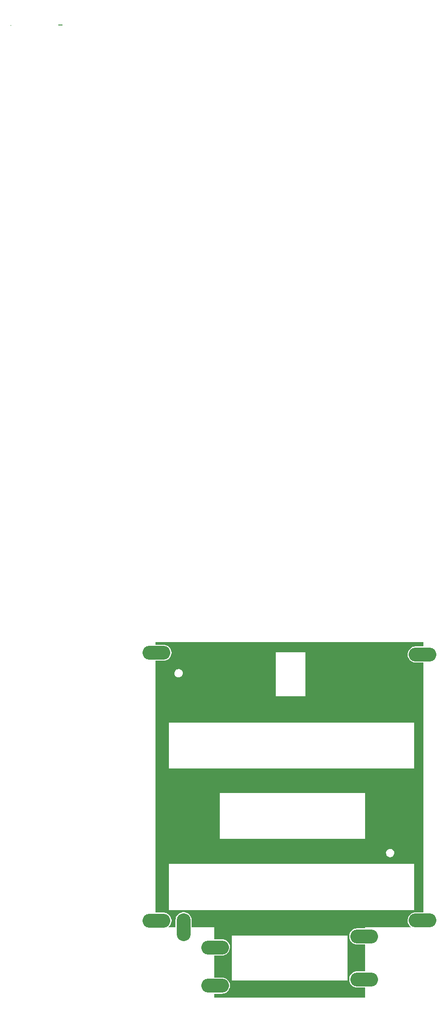
<source format=gtl>
G04 #@! TF.GenerationSoftware,KiCad,Pcbnew,(6.0.2)*
G04 #@! TF.CreationDate,2022-06-03T10:06:41-07:00*
G04 #@! TF.ProjectId,iflfu-middle,69666c66-752d-46d6-9964-646c652e6b69,rev?*
G04 #@! TF.SameCoordinates,Original*
G04 #@! TF.FileFunction,Copper,L1,Top*
G04 #@! TF.FilePolarity,Positive*
%FSLAX46Y46*%
G04 Gerber Fmt 4.6, Leading zero omitted, Abs format (unit mm)*
G04 Created by KiCad (PCBNEW (6.0.2)) date 2022-06-03 10:06:41*
%MOMM*%
%LPD*%
G01*
G04 APERTURE LIST*
%ADD10C,0.015000*%
G04 #@! TA.AperFunction,NonConductor*
%ADD11C,0.015000*%
G04 #@! TD*
G04 #@! TA.AperFunction,CastellatedPad*
%ADD12O,5.080000X2.540000*%
G04 #@! TD*
G04 #@! TA.AperFunction,CastellatedPad*
%ADD13O,2.540000X5.080000*%
G04 #@! TD*
G04 #@! TA.AperFunction,ViaPad*
%ADD14C,0.800000*%
G04 #@! TD*
G04 APERTURE END LIST*
D10*
D11*
X127819248Y31958638D02*
X127783248Y31958638D01*
X127783248Y31895781D02*
X127783248Y32015781D01*
X127834676Y32015781D01*
X127875819Y32015781D02*
X127875819Y31918638D01*
X127880962Y31907209D01*
X127886105Y31901495D01*
X127896391Y31895781D01*
X127916962Y31895781D01*
X127927248Y31901495D01*
X127932391Y31907209D01*
X127937534Y31918638D01*
X127937534Y32015781D01*
X128050676Y31907209D02*
X128045534Y31901495D01*
X128030105Y31895781D01*
X128019819Y31895781D01*
X128004391Y31901495D01*
X127994105Y31912924D01*
X127988962Y31924352D01*
X127983819Y31947209D01*
X127983819Y31964352D01*
X127988962Y31987209D01*
X127994105Y31998638D01*
X128004391Y32010067D01*
X128019819Y32015781D01*
X128030105Y32015781D01*
X128045534Y32010067D01*
X128050676Y32004352D01*
X128096962Y31895781D02*
X128096962Y32015781D01*
X128158676Y31895781D02*
X128112391Y31964352D01*
X128158676Y32015781D02*
X128096962Y31947209D01*
X128204962Y31895781D02*
X128204962Y32015781D01*
X128256391Y31895781D02*
X128256391Y32015781D01*
X128318105Y31895781D01*
X128318105Y32015781D01*
X128426105Y32010067D02*
X128415819Y32015781D01*
X128400391Y32015781D01*
X128384962Y32010067D01*
X128374676Y31998638D01*
X128369534Y31987209D01*
X128364391Y31964352D01*
X128364391Y31947209D01*
X128369534Y31924352D01*
X128374676Y31912924D01*
X128384962Y31901495D01*
X128400391Y31895781D01*
X128410676Y31895781D01*
X128426105Y31901495D01*
X128431248Y31907209D01*
X128431248Y31947209D01*
X128410676Y31947209D01*
D10*
D11*
X119074316Y31833988D02*
X119074316Y31953988D01*
D12*
X145750000Y-82884717D03*
X145750000Y-131884717D03*
X194450000Y-131834717D03*
X183750000Y-142634717D03*
X156450000Y-136784717D03*
D13*
X150700000Y-133084717D03*
D12*
X156450000Y-143784717D03*
X183750000Y-134769717D03*
X194450000Y-83204717D03*
D14*
X147300000Y-131884717D03*
X150700000Y-131434717D03*
X158100000Y-136784717D03*
X158100000Y-143784717D03*
X181900000Y-142634717D03*
X182100000Y-134769717D03*
X192800000Y-131834717D03*
X192800000Y-83204717D03*
X147400000Y-82834717D03*
G04 #@! TA.AperFunction,NonConductor*
G36*
X194596073Y-80938644D02*
G01*
X194599500Y-80946917D01*
X194599500Y-81722517D01*
X194596073Y-81730790D01*
X194587800Y-81734217D01*
X193118696Y-81734217D01*
X193118482Y-81734235D01*
X193118472Y-81734235D01*
X192959224Y-81747328D01*
X192939006Y-81748990D01*
X192704484Y-81807898D01*
X192676806Y-81819933D01*
X192483173Y-81904127D01*
X192483171Y-81904128D01*
X192482732Y-81904319D01*
X192279706Y-82035662D01*
X192100858Y-82198401D01*
X192100562Y-82198776D01*
X192100560Y-82198778D01*
X192043194Y-82271417D01*
X191950991Y-82388166D01*
X191950763Y-82388579D01*
X191950761Y-82388582D01*
X191865902Y-82542305D01*
X191834130Y-82599859D01*
X191753413Y-82827797D01*
X191753329Y-82828267D01*
X191753328Y-82828272D01*
X191718624Y-83023102D01*
X191711008Y-83065856D01*
X191708054Y-83307645D01*
X191744630Y-83546670D01*
X191819754Y-83776512D01*
X191931408Y-83990997D01*
X192076594Y-84184367D01*
X192076939Y-84184696D01*
X192076941Y-84184699D01*
X192104498Y-84211033D01*
X192251413Y-84351427D01*
X192451169Y-84487692D01*
X192451606Y-84487895D01*
X192451608Y-84487896D01*
X192670059Y-84589297D01*
X192670062Y-84589298D01*
X192670499Y-84589501D01*
X192670961Y-84589629D01*
X192670966Y-84589631D01*
X192883907Y-84648684D01*
X192903511Y-84654121D01*
X192903985Y-84654172D01*
X192903987Y-84654172D01*
X192958645Y-84660013D01*
X193100907Y-84675217D01*
X194587800Y-84675217D01*
X194596073Y-84678644D01*
X194599500Y-84686917D01*
X194599500Y-130352517D01*
X194596073Y-130360790D01*
X194587800Y-130364217D01*
X193118696Y-130364217D01*
X193118482Y-130364235D01*
X193118472Y-130364235D01*
X192959224Y-130377328D01*
X192939006Y-130378990D01*
X192938545Y-130379106D01*
X192938544Y-130379106D01*
X192902618Y-130388130D01*
X192704484Y-130437898D01*
X192666369Y-130454471D01*
X192483173Y-130534127D01*
X192483171Y-130534128D01*
X192482732Y-130534319D01*
X192279706Y-130665662D01*
X192100858Y-130828401D01*
X192100562Y-130828776D01*
X192100560Y-130828778D01*
X192061370Y-130878401D01*
X191950991Y-131018166D01*
X191950763Y-131018579D01*
X191950761Y-131018582D01*
X191896184Y-131117449D01*
X191834130Y-131229859D01*
X191833971Y-131230307D01*
X191833970Y-131230310D01*
X191807279Y-131305683D01*
X191753413Y-131457797D01*
X191753329Y-131458267D01*
X191753328Y-131458272D01*
X191732763Y-131573723D01*
X191711008Y-131695856D01*
X191711002Y-131696330D01*
X191711002Y-131696332D01*
X191710305Y-131753413D01*
X191708054Y-131937645D01*
X191744630Y-132176670D01*
X191819754Y-132406512D01*
X191931408Y-132620997D01*
X192076594Y-132814367D01*
X192251413Y-132981427D01*
X192443841Y-133112693D01*
X192444074Y-133112852D01*
X192448978Y-133120345D01*
X192447146Y-133129110D01*
X192439653Y-133134014D01*
X192437481Y-133134217D01*
X183900099Y-133134217D01*
X183900000Y-133134176D01*
X183899901Y-133134217D01*
X183899617Y-133134334D01*
X183899459Y-133134717D01*
X183899500Y-133134816D01*
X183899500Y-133287517D01*
X183896073Y-133295790D01*
X183887800Y-133299217D01*
X182418696Y-133299217D01*
X182418482Y-133299235D01*
X182418472Y-133299235D01*
X182259224Y-133312328D01*
X182239006Y-133313990D01*
X182004484Y-133372898D01*
X181976806Y-133384933D01*
X181783173Y-133469127D01*
X181783171Y-133469128D01*
X181782732Y-133469319D01*
X181579706Y-133600662D01*
X181400858Y-133763401D01*
X181400562Y-133763776D01*
X181400560Y-133763778D01*
X181343194Y-133836417D01*
X181250991Y-133953166D01*
X181134130Y-134164859D01*
X181053413Y-134392797D01*
X181011008Y-134630856D01*
X181011002Y-134631330D01*
X181011002Y-134631332D01*
X181010949Y-134635645D01*
X181008054Y-134872645D01*
X181044630Y-135111670D01*
X181119754Y-135341512D01*
X181231408Y-135555997D01*
X181376594Y-135749367D01*
X181376939Y-135749696D01*
X181376941Y-135749699D01*
X181434881Y-135805067D01*
X181551413Y-135916427D01*
X181751169Y-136052692D01*
X181751606Y-136052895D01*
X181751608Y-136052896D01*
X181970059Y-136154297D01*
X181970062Y-136154298D01*
X181970499Y-136154501D01*
X181970961Y-136154629D01*
X181970966Y-136154631D01*
X182179629Y-136212498D01*
X182203511Y-136219121D01*
X182203985Y-136219172D01*
X182203987Y-136219172D01*
X182258645Y-136225013D01*
X182400907Y-136240217D01*
X183887800Y-136240217D01*
X183896073Y-136243644D01*
X183899500Y-136251917D01*
X183899500Y-141152517D01*
X183896073Y-141160790D01*
X183887800Y-141164217D01*
X182418696Y-141164217D01*
X182418482Y-141164235D01*
X182418472Y-141164235D01*
X182259224Y-141177328D01*
X182239006Y-141178990D01*
X182004484Y-141237898D01*
X181976806Y-141249933D01*
X181783173Y-141334127D01*
X181783171Y-141334128D01*
X181782732Y-141334319D01*
X181579706Y-141465662D01*
X181400858Y-141628401D01*
X181400562Y-141628776D01*
X181400560Y-141628778D01*
X181343194Y-141701417D01*
X181250991Y-141818166D01*
X181134130Y-142029859D01*
X181053413Y-142257797D01*
X181053329Y-142258267D01*
X181053328Y-142258272D01*
X181028058Y-142400137D01*
X181011008Y-142495856D01*
X181011002Y-142496330D01*
X181011002Y-142496332D01*
X181010936Y-142501742D01*
X181008054Y-142737645D01*
X181044630Y-142976670D01*
X181119754Y-143206512D01*
X181119975Y-143206936D01*
X181224537Y-143407797D01*
X181231408Y-143420997D01*
X181376594Y-143614367D01*
X181376939Y-143614696D01*
X181376941Y-143614699D01*
X181469105Y-143702773D01*
X181551413Y-143781427D01*
X181751169Y-143917692D01*
X181751606Y-143917895D01*
X181751608Y-143917896D01*
X181970059Y-144019297D01*
X181970062Y-144019298D01*
X181970499Y-144019501D01*
X181970961Y-144019629D01*
X181970966Y-144019631D01*
X182183907Y-144078684D01*
X182203511Y-144084121D01*
X182203985Y-144084172D01*
X182203987Y-144084172D01*
X182258645Y-144090013D01*
X182400907Y-144105217D01*
X183887800Y-144105217D01*
X183896073Y-144108644D01*
X183899500Y-144116917D01*
X183899500Y-145922517D01*
X183896073Y-145930790D01*
X183887800Y-145934217D01*
X156312200Y-145934217D01*
X156303927Y-145930790D01*
X156300500Y-145922517D01*
X156300500Y-145266917D01*
X156303927Y-145258644D01*
X156312200Y-145255217D01*
X157781304Y-145255217D01*
X157781518Y-145255199D01*
X157781528Y-145255199D01*
X157940776Y-145242106D01*
X157960994Y-145240444D01*
X158195516Y-145181536D01*
X158306392Y-145133326D01*
X158416827Y-145085307D01*
X158416829Y-145085306D01*
X158417268Y-145085115D01*
X158620294Y-144953772D01*
X158799142Y-144791033D01*
X158820202Y-144764367D01*
X158948714Y-144601641D01*
X158949009Y-144601268D01*
X159065870Y-144389575D01*
X159146587Y-144161637D01*
X159159269Y-144090444D01*
X159188909Y-143924044D01*
X159188992Y-143923578D01*
X159189062Y-143917896D01*
X159191940Y-143682267D01*
X159191946Y-143681789D01*
X159155370Y-143442764D01*
X159080246Y-143212922D01*
X159008647Y-143075382D01*
X158968816Y-142998867D01*
X158968815Y-142998866D01*
X158968592Y-142998437D01*
X158845668Y-142834717D01*
X159499459Y-142834717D01*
X159499500Y-142834816D01*
X159499617Y-142835100D01*
X159500000Y-142835258D01*
X159500099Y-142835217D01*
X180699901Y-142835217D01*
X180700000Y-142835258D01*
X180700099Y-142835217D01*
X180700383Y-142835100D01*
X180700541Y-142834717D01*
X180700500Y-142834618D01*
X180700500Y-134634816D01*
X180700541Y-134634717D01*
X180700383Y-134634334D01*
X180700099Y-134634217D01*
X180700000Y-134634176D01*
X180699901Y-134634217D01*
X159500099Y-134634217D01*
X159500000Y-134634176D01*
X159499901Y-134634217D01*
X159499617Y-134634334D01*
X159499459Y-134634717D01*
X159499500Y-134634816D01*
X159499500Y-142834618D01*
X159499459Y-142834717D01*
X158845668Y-142834717D01*
X158823406Y-142805067D01*
X158752353Y-142737167D01*
X158648933Y-142638338D01*
X158648587Y-142638007D01*
X158448831Y-142501742D01*
X158448392Y-142501538D01*
X158229941Y-142400137D01*
X158229938Y-142400136D01*
X158229501Y-142399933D01*
X158229039Y-142399805D01*
X158229034Y-142399803D01*
X157996954Y-142335442D01*
X157996955Y-142335442D01*
X157996489Y-142335313D01*
X157996015Y-142335262D01*
X157996013Y-142335262D01*
X157937324Y-142328990D01*
X157799093Y-142314217D01*
X156312200Y-142314217D01*
X156303927Y-142310790D01*
X156300500Y-142302517D01*
X156300500Y-138266917D01*
X156303927Y-138258644D01*
X156312200Y-138255217D01*
X157781304Y-138255217D01*
X157781518Y-138255199D01*
X157781528Y-138255199D01*
X157940776Y-138242106D01*
X157960994Y-138240444D01*
X158195516Y-138181536D01*
X158306392Y-138133325D01*
X158416827Y-138085307D01*
X158416829Y-138085306D01*
X158417268Y-138085115D01*
X158620294Y-137953772D01*
X158799142Y-137791033D01*
X158820202Y-137764367D01*
X158948714Y-137601641D01*
X158949009Y-137601268D01*
X159065870Y-137389575D01*
X159146587Y-137161637D01*
X159188992Y-136923578D01*
X159191946Y-136681789D01*
X159155370Y-136442764D01*
X159080246Y-136212922D01*
X158968592Y-135998437D01*
X158823406Y-135805067D01*
X158807731Y-135790087D01*
X158648933Y-135638338D01*
X158648587Y-135638007D01*
X158448831Y-135501742D01*
X158448392Y-135501538D01*
X158229941Y-135400137D01*
X158229938Y-135400136D01*
X158229501Y-135399933D01*
X158229039Y-135399805D01*
X158229034Y-135399803D01*
X157996954Y-135335442D01*
X157996955Y-135335442D01*
X157996489Y-135335313D01*
X157996015Y-135335262D01*
X157996013Y-135335262D01*
X157937324Y-135328990D01*
X157799093Y-135314217D01*
X156312200Y-135314217D01*
X156303927Y-135310790D01*
X156300500Y-135302517D01*
X156300500Y-133134816D01*
X156300541Y-133134717D01*
X156300383Y-133134334D01*
X156300099Y-133134217D01*
X156300000Y-133134176D01*
X156299901Y-133134217D01*
X152182200Y-133134217D01*
X152173927Y-133130790D01*
X152170500Y-133122517D01*
X152170500Y-131753413D01*
X152169038Y-131735624D01*
X152155766Y-131574198D01*
X152155727Y-131573723D01*
X152139168Y-131507797D01*
X152096936Y-131339667D01*
X152096819Y-131339201D01*
X152000398Y-131117449D01*
X151869055Y-130914423D01*
X151706316Y-130735575D01*
X151675593Y-130711311D01*
X151633300Y-130677911D01*
X151516551Y-130585708D01*
X151516138Y-130585480D01*
X151516135Y-130585478D01*
X151305279Y-130469079D01*
X151305275Y-130469077D01*
X151304858Y-130468847D01*
X151304410Y-130468688D01*
X151304407Y-130468687D01*
X151077375Y-130388291D01*
X151077374Y-130388291D01*
X151076920Y-130388130D01*
X151076450Y-130388046D01*
X151076445Y-130388045D01*
X150839327Y-130345808D01*
X150838861Y-130345725D01*
X150838387Y-130345719D01*
X150838385Y-130345719D01*
X150709432Y-130344144D01*
X150597072Y-130342771D01*
X150358047Y-130379347D01*
X150128205Y-130454471D01*
X149913720Y-130566125D01*
X149720350Y-130711311D01*
X149720021Y-130711656D01*
X149720018Y-130711658D01*
X149631944Y-130803822D01*
X149553290Y-130886130D01*
X149417025Y-131085886D01*
X149416822Y-131086323D01*
X149416821Y-131086325D01*
X149411379Y-131098050D01*
X149315216Y-131305216D01*
X149315088Y-131305678D01*
X149315086Y-131305683D01*
X149272770Y-131458272D01*
X149250596Y-131538228D01*
X149229500Y-131735624D01*
X149229500Y-133122517D01*
X149226073Y-133130790D01*
X149217800Y-133134217D01*
X147835571Y-133134217D01*
X147827298Y-133130790D01*
X147823871Y-133122517D01*
X147827298Y-133114244D01*
X147829216Y-133112693D01*
X147920294Y-133053772D01*
X148099142Y-132891033D01*
X148120202Y-132864367D01*
X148248714Y-132701641D01*
X148249009Y-132701268D01*
X148276611Y-132651268D01*
X148365638Y-132489996D01*
X148365640Y-132489992D01*
X148365870Y-132489575D01*
X148446587Y-132261637D01*
X148455494Y-132211637D01*
X148488909Y-132024044D01*
X148488992Y-132023578D01*
X148491946Y-131781789D01*
X148455370Y-131542764D01*
X148380246Y-131312922D01*
X148268592Y-131098437D01*
X148123406Y-130905067D01*
X148103590Y-130886130D01*
X147948933Y-130738338D01*
X147948587Y-130738007D01*
X147748831Y-130601742D01*
X147748392Y-130601538D01*
X147529941Y-130500137D01*
X147529938Y-130500136D01*
X147529501Y-130499933D01*
X147529039Y-130499805D01*
X147529034Y-130499803D01*
X147316093Y-130440750D01*
X147296489Y-130435313D01*
X147296015Y-130435262D01*
X147296013Y-130435262D01*
X147237324Y-130428990D01*
X147099093Y-130414217D01*
X145612200Y-130414217D01*
X145603927Y-130410790D01*
X145600500Y-130402517D01*
X145600500Y-129934717D01*
X147999459Y-129934717D01*
X147999500Y-129934816D01*
X147999617Y-129935100D01*
X148000000Y-129935258D01*
X148000099Y-129935217D01*
X192899901Y-129935217D01*
X192900000Y-129935258D01*
X192900099Y-129935217D01*
X192900383Y-129935100D01*
X192900541Y-129934717D01*
X192900500Y-129934618D01*
X192900500Y-121534816D01*
X192900541Y-121534717D01*
X192900383Y-121534334D01*
X192900099Y-121534217D01*
X192900000Y-121534176D01*
X192899901Y-121534217D01*
X148000099Y-121534217D01*
X148000000Y-121534176D01*
X147999901Y-121534217D01*
X147999617Y-121534334D01*
X147999459Y-121534717D01*
X147999500Y-121534816D01*
X147999500Y-129934618D01*
X147999459Y-129934717D01*
X145600500Y-129934717D01*
X145600500Y-119575579D01*
X187745497Y-119575579D01*
X187775134Y-119748057D01*
X187843654Y-119909090D01*
X187947383Y-120050041D01*
X188080755Y-120163349D01*
X188236616Y-120242936D01*
X188237278Y-120243098D01*
X188406102Y-120284409D01*
X188406106Y-120284410D01*
X188406606Y-120284532D01*
X188409981Y-120284741D01*
X188417465Y-120285206D01*
X188417476Y-120285206D01*
X188417648Y-120285217D01*
X188543822Y-120285217D01*
X188544153Y-120285178D01*
X188544160Y-120285178D01*
X188620628Y-120276262D01*
X188673828Y-120270060D01*
X188838331Y-120210348D01*
X188984685Y-120114394D01*
X189105040Y-119987345D01*
X189192939Y-119836015D01*
X189243667Y-119668524D01*
X189249392Y-119576250D01*
X189254461Y-119494533D01*
X189254461Y-119494532D01*
X189254503Y-119493855D01*
X189224866Y-119321377D01*
X189156346Y-119160344D01*
X189052617Y-119019393D01*
X188919245Y-118906085D01*
X188763384Y-118826498D01*
X188762722Y-118826336D01*
X188593898Y-118785025D01*
X188593894Y-118785024D01*
X188593394Y-118784902D01*
X188590019Y-118784693D01*
X188582535Y-118784228D01*
X188582524Y-118784228D01*
X188582352Y-118784217D01*
X188456178Y-118784217D01*
X188455847Y-118784256D01*
X188455840Y-118784256D01*
X188379372Y-118793172D01*
X188326172Y-118799374D01*
X188161669Y-118859086D01*
X188015315Y-118955040D01*
X187894960Y-119082089D01*
X187807061Y-119233419D01*
X187756333Y-119400910D01*
X187756291Y-119401584D01*
X187756291Y-119401585D01*
X187750567Y-119493855D01*
X187745497Y-119575579D01*
X145600500Y-119575579D01*
X145600500Y-116934717D01*
X157299459Y-116934717D01*
X157299500Y-116934816D01*
X157299617Y-116935100D01*
X157300000Y-116935258D01*
X157300099Y-116935217D01*
X183899901Y-116935217D01*
X183900000Y-116935258D01*
X183900099Y-116935217D01*
X183900383Y-116935100D01*
X183900541Y-116934717D01*
X183900500Y-116934618D01*
X183900500Y-108534816D01*
X183900541Y-108534717D01*
X183900383Y-108534334D01*
X183900099Y-108534217D01*
X183900000Y-108534176D01*
X183899901Y-108534217D01*
X157300099Y-108534217D01*
X157300000Y-108534176D01*
X157299901Y-108534217D01*
X157299617Y-108534334D01*
X157299459Y-108534717D01*
X157299500Y-108534816D01*
X157299500Y-116934618D01*
X157299459Y-116934717D01*
X145600500Y-116934717D01*
X145600500Y-104034717D01*
X147999459Y-104034717D01*
X147999500Y-104034816D01*
X147999617Y-104035100D01*
X148000000Y-104035258D01*
X148000099Y-104035217D01*
X192899901Y-104035217D01*
X192900000Y-104035258D01*
X192900099Y-104035217D01*
X192900383Y-104035100D01*
X192900541Y-104034717D01*
X192900500Y-104034618D01*
X192900500Y-95634816D01*
X192900541Y-95634717D01*
X192900383Y-95634334D01*
X192900099Y-95634217D01*
X192900000Y-95634176D01*
X192899901Y-95634217D01*
X148000099Y-95634217D01*
X148000000Y-95634176D01*
X147999901Y-95634217D01*
X147999617Y-95634334D01*
X147999459Y-95634717D01*
X147999500Y-95634816D01*
X147999500Y-104034618D01*
X147999459Y-104034717D01*
X145600500Y-104034717D01*
X145600500Y-90834717D01*
X167599459Y-90834717D01*
X167599500Y-90834816D01*
X167599617Y-90835100D01*
X167600000Y-90835258D01*
X167600099Y-90835217D01*
X172999901Y-90835217D01*
X173000000Y-90835258D01*
X173000099Y-90835217D01*
X173000383Y-90835100D01*
X173000541Y-90834717D01*
X173000500Y-90834618D01*
X173000500Y-82834816D01*
X173000541Y-82834717D01*
X173000383Y-82834334D01*
X173000099Y-82834217D01*
X173000000Y-82834176D01*
X172999901Y-82834217D01*
X167600099Y-82834217D01*
X167600000Y-82834176D01*
X167599901Y-82834217D01*
X167599617Y-82834334D01*
X167599459Y-82834717D01*
X167599500Y-82834816D01*
X167599500Y-90834618D01*
X167599459Y-90834717D01*
X145600500Y-90834717D01*
X145600500Y-86675579D01*
X149045497Y-86675579D01*
X149075134Y-86848057D01*
X149143654Y-87009090D01*
X149247383Y-87150041D01*
X149380755Y-87263349D01*
X149536616Y-87342936D01*
X149537278Y-87343098D01*
X149706102Y-87384409D01*
X149706106Y-87384410D01*
X149706606Y-87384532D01*
X149709981Y-87384741D01*
X149717465Y-87385206D01*
X149717476Y-87385206D01*
X149717648Y-87385217D01*
X149843822Y-87385217D01*
X149844153Y-87385178D01*
X149844160Y-87385178D01*
X149920628Y-87376262D01*
X149973828Y-87370060D01*
X150138331Y-87310348D01*
X150284685Y-87214394D01*
X150405040Y-87087345D01*
X150492939Y-86936015D01*
X150543667Y-86768524D01*
X150549392Y-86676250D01*
X150554461Y-86594533D01*
X150554461Y-86594532D01*
X150554503Y-86593855D01*
X150524866Y-86421377D01*
X150456346Y-86260344D01*
X150352617Y-86119393D01*
X150219245Y-86006085D01*
X150063384Y-85926498D01*
X150062722Y-85926336D01*
X149893898Y-85885025D01*
X149893894Y-85885024D01*
X149893394Y-85884902D01*
X149890019Y-85884693D01*
X149882535Y-85884228D01*
X149882524Y-85884228D01*
X149882352Y-85884217D01*
X149756178Y-85884217D01*
X149755847Y-85884256D01*
X149755840Y-85884256D01*
X149679372Y-85893172D01*
X149626172Y-85899374D01*
X149461669Y-85959086D01*
X149315315Y-86055040D01*
X149194960Y-86182089D01*
X149107061Y-86333419D01*
X149056333Y-86500910D01*
X149056291Y-86501584D01*
X149056291Y-86501585D01*
X149050567Y-86593855D01*
X149045497Y-86675579D01*
X145600500Y-86675579D01*
X145600500Y-84366917D01*
X145603927Y-84358644D01*
X145612200Y-84355217D01*
X147081304Y-84355217D01*
X147081518Y-84355199D01*
X147081528Y-84355199D01*
X147240776Y-84342106D01*
X147260994Y-84340444D01*
X147495516Y-84281536D01*
X147657661Y-84211033D01*
X147716827Y-84185307D01*
X147716829Y-84185306D01*
X147717268Y-84185115D01*
X147920294Y-84053772D01*
X148099142Y-83891033D01*
X148120202Y-83864367D01*
X148248714Y-83701641D01*
X148249009Y-83701268D01*
X148315049Y-83581637D01*
X148365638Y-83489996D01*
X148365640Y-83489992D01*
X148365870Y-83489575D01*
X148446587Y-83261637D01*
X148475061Y-83101789D01*
X148488909Y-83024044D01*
X148488992Y-83023578D01*
X148491946Y-82781789D01*
X148455370Y-82542764D01*
X148380246Y-82312922D01*
X148268592Y-82098437D01*
X148123406Y-81905067D01*
X148122897Y-81904580D01*
X148021602Y-81807781D01*
X147948587Y-81738007D01*
X147748831Y-81601742D01*
X147748392Y-81601538D01*
X147529941Y-81500137D01*
X147529938Y-81500136D01*
X147529501Y-81499933D01*
X147529039Y-81499805D01*
X147529034Y-81499803D01*
X147296954Y-81435442D01*
X147296955Y-81435442D01*
X147296489Y-81435313D01*
X147296015Y-81435262D01*
X147296013Y-81435262D01*
X147237324Y-81428990D01*
X147099093Y-81414217D01*
X145612200Y-81414217D01*
X145603927Y-81410790D01*
X145600500Y-81402517D01*
X145600500Y-80946917D01*
X145603927Y-80938644D01*
X145612200Y-80935217D01*
X194587800Y-80935217D01*
X194596073Y-80938644D01*
G37*
G04 #@! TD.AperFunction*
M02*

</source>
